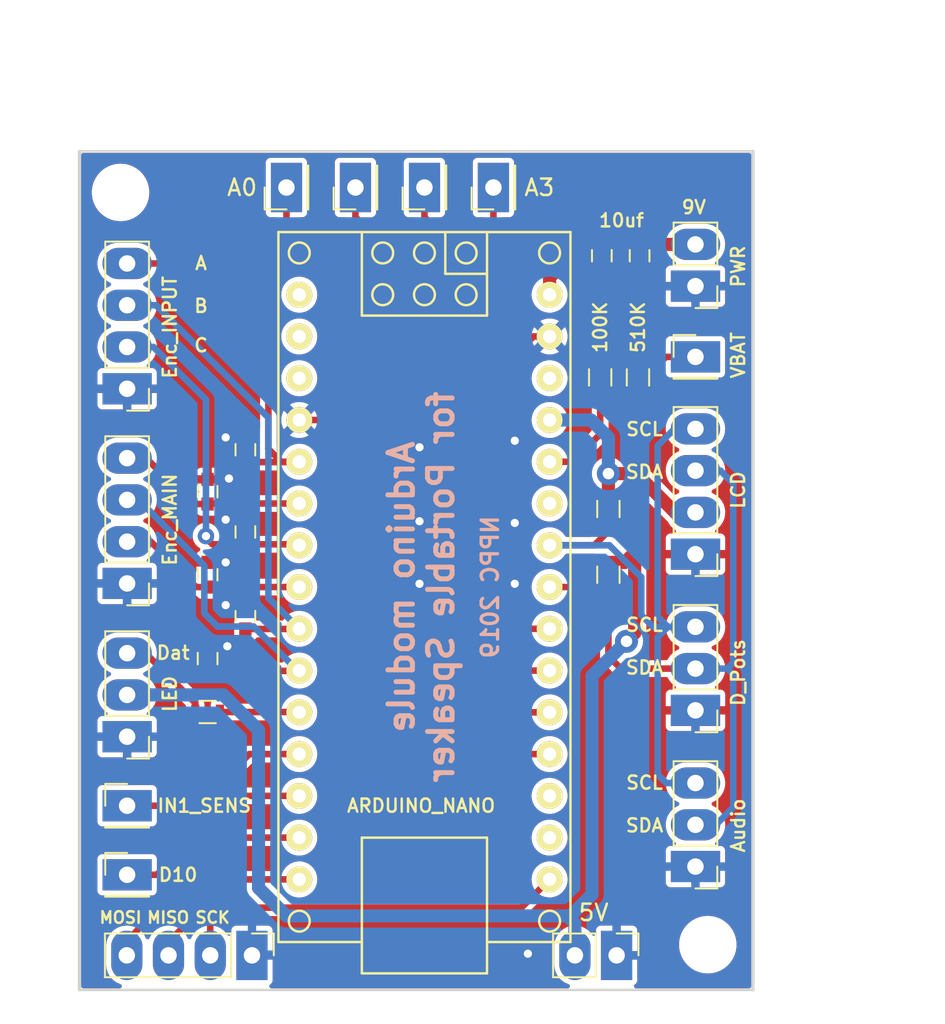
<source format=kicad_pcb>
(kicad_pcb (version 20221018) (generator pcbnew)
  (layers (0 "F.Cu" signal) (31 "B.Cu" signal) (34 "B.Paste" user) (35 "F.Paste" user) (36 "B.SilkS" user "B.Silkscreen") (37 "F.SilkS" user "F.Silkscreen") (38 "B.Mask" user) (39 "F.Mask" user) (44 "Edge.Cuts" user))
  (net 0 "")
  (net 1 "+9V")
  (net 2 "Net-(ARDUINO1-Pad1)")
  (net 3 "GND")
  (net 4 "Net-(ARDUINO1-Pad2)")
  (net 5 "Net-(ARDUINO1-Pad28)")
  (net 6 "Net-(ARDUINO1-Pad3)")
  (net 7 "VCC")
  (net 8 "/VSENSE")
  (net 9 "Net-(ARDUINO1-Pad25)")
  (net 10 "/SCL")
  (net 11 "/SDA")
  (net 12 "Net-(ARDUINO1-Pad22)")
  (net 13 "Net-(ARDUINO1-Pad21)")
  (net 14 "Net-(ARDUINO1-Pad20)")
  (net 15 "/LED")
  (net 16 "Net-(ARDUINO1-Pad19)")
  (net 17 "/IN1_SENSE")
  (net 18 "Net-(ARDUINO1-Pad18)")
  (net 19 "Net-(ARDUINO1-Pad13)")
  (net 20 "Net-(ARDUINO1-Pad17)")
  (net 21 "/MOSI")
  (net 22 "/SCK")
  (net 23 "/MISO")
  (net 24 "Net-(J10-Pad1)")
  (net 25 "Net-(J3-Pad3)")
  (net 26 "/E0A")
  (net 27 "/E1A")
  (net 28 "/E0C")
  (net 29 "/E1C")
  (net 30 "/E0B")
  (net 31 "/E1B")
  (footprint "Capacitors_SMD:C_0603" (layer "F.Cu") (at 137.8 84.85 90)
    (fp_text reference "C2" hide)
    (fp_text value "10n")
    (fp_line (start -0.35 -0.6) (end 0.35 -0.6) (stroke (width 0.12)) (layer "F.SilkS"))
    (fp_line (start 0.35 0.6) (end -0.35 0.6) (stroke (width 0.12)) (layer "F.SilkS"))
    (pad "1" smd rect (at -0.75 0 90) (size 0.8 0.75) (layers "F.Cu" "F.Paste" "F.Mask") (net 31 "/E1B"))
    (pad "2" smd rect (at 0.75 0 90) (size 0.8 0.75) (layers "F.Cu" "F.Paste" "F.Mask") (net 3 "GND"))
  )
  (footprint "Capacitors_SMD:C_0603" (layer "F.Cu") (at 137.8 74.7 90)
    (fp_text reference "C3" hide)
    (fp_text value "10n")
    (fp_line (start -0.35 -0.6) (end 0.35 -0.6) (stroke (width 0.12)) (layer "F.SilkS"))
    (fp_line (start 0.35 0.6) (end -0.35 0.6) (stroke (width 0.12)) (layer "F.SilkS"))
    (pad "1" smd rect (at -0.75 0 90) (size 0.8 0.75) (layers "F.Cu" "F.Paste" "F.Mask") (net 27 "/E1A"))
    (pad "2" smd rect (at 0.75 0 90) (size 0.8 0.75) (layers "F.Cu" "F.Paste" "F.Mask") (net 3 "GND"))
  )
  (footprint "Capacitors_SMD:C_0603" (layer "F.Cu") (at 140.1 72.15 90)
    (fp_text reference "C5" hide)
    (fp_text value "10n")
    (fp_line (start -0.35 -0.6) (end 0.35 -0.6) (stroke (width 0.12)) (layer "F.SilkS"))
    (fp_line (start 0.35 0.6) (end -0.35 0.6) (stroke (width 0.12)) (layer "F.SilkS"))
    (pad "1" smd rect (at -0.75 0 90) (size 0.8 0.75) (layers "F.Cu" "F.Paste" "F.Mask") (net 26 "/E0A"))
    (pad "2" smd rect (at 0.75 0 90) (size 0.8 0.75) (layers "F.Cu" "F.Paste" "F.Mask") (net 3 "GND"))
  )
  (footprint "Capacitors_SMD:C_0603" (layer "F.Cu") (at 140.1 77.15 90)
    (fp_text reference "C6" hide)
    (fp_text value "10n")
    (fp_line (start -0.35 -0.6) (end 0.35 -0.6) (stroke (width 0.12)) (layer "F.SilkS"))
    (fp_line (start 0.35 0.6) (end -0.35 0.6) (stroke (width 0.12)) (layer "F.SilkS"))
    (pad "1" smd rect (at -0.75 0 90) (size 0.8 0.75) (layers "F.Cu" "F.Paste" "F.Mask") (net 28 "/E0C"))
    (pad "2" smd rect (at 0.75 0 90) (size 0.8 0.75) (layers "F.Cu" "F.Paste" "F.Mask") (net 3 "GND"))
  )
  (footprint "Capacitors_SMD:C_0603" (layer "F.Cu") (at 161.8 60.35 -90)
    (fp_text reference "C7" hide)
    (fp_text value "10uf" (at -2.15 -1.2) (layer "F.SilkS") (effects (font (size 0.8 0.8))))
    (fp_line (start -0.35 -0.6) (end 0.35 -0.6) (stroke (width 0.12)) (layer "F.SilkS"))
    (fp_line (start 0.35 0.6) (end -0.35 0.6) (stroke (width 0.12)) (layer "F.SilkS"))
    (pad "1" smd rect (at -0.75 0 270) (size 0.8 0.75) (layers "F.Cu" "F.Paste" "F.Mask") (net 1 "+9V"))
    (pad "2" smd rect (at 0.75 0 270) (size 0.8 0.75) (layers "F.Cu" "F.Paste" "F.Mask") (net 3 "GND"))
  )
  (footprint "KiCadCustomLibs:Conn_1x04_2.54mm" (layer "F.Cu") (at 132.9 80.28 180)
    (fp_text reference "J2" hide)
    (fp_text value "Enc_INPUT" (at -2.6 15.58 270) (layer "F.SilkS") (effects (font (size 0.8 0.8))))
    (fp_line (start -1.33 -1.33) (end 0 -1.33) (stroke (width 0.12)) (layer "F.SilkS"))
    (fp_line (start -1.33 0) (end -1.33 -1.33) (stroke (width 0.12)) (layer "F.SilkS"))
    (fp_line (start -1.33 1.27) (end -1.33 8.95) (stroke (width 0.12)) (layer "F.SilkS"))
    (fp_line (start -1.33 1.27) (end 1.33 1.27) (stroke (width 0.12)) (layer "F.SilkS"))
    (fp_line (start -1.33 8.95) (end 1.33 8.95) (stroke (width 0.12)) (layer "F.SilkS"))
    (fp_line (start 1.33 1.27) (end 1.33 8.95) (stroke (width 0.12)) (layer "F.SilkS"))
    (pad "1" thru_hole rect (at 0 0 180) (size 3 1.9) (drill 1) (layers "*.Cu" "*.Mask") (net 3 "GND"))
    (pad "2" thru_hole oval (at 0 2.54 180) (size 3 1.9) (drill 1) (layers "*.Cu" "*.Mask") (net 29 "/E1C"))
    (pad "3" thru_hole oval (at 0 5.08 180) (size 3 1.9) (drill 1) (layers "*.Cu" "*.Mask") (net 31 "/E1B"))
    (pad "4" thru_hole oval (at 0 7.62 180) (size 3 1.9) (drill 1) (layers "*.Cu" "*.Mask") (net 27 "/E1A"))
  )
  (footprint "KiCadCustomLibs:Conn_1x03_2.54mm" (layer "F.Cu") (at 132.9 89.6 180)
    (fp_text reference "J3" hide)
    (fp_text value "LED" (at -2.6 2.6 270) (layer "F.SilkS") (effects (font (size 0.8 0.8))))
    (fp_line (start -1.33 -1.33) (end 0 -1.33) (stroke (width 0.12)) (layer "F.SilkS"))
    (fp_line (start -1.33 0) (end -1.33 -1.33) (stroke (width 0.12)) (layer "F.SilkS"))
    (fp_line (start -1.33 1.27) (end -1.33 6.41) (stroke (width 0.12)) (layer "F.SilkS"))
    (fp_line (start -1.33 1.27) (end 1.33 1.27) (stroke (width 0.12)) (layer "F.SilkS"))
    (fp_line (start -1.33 6.41) (end 1.33 6.41) (stroke (width 0.12)) (layer "F.SilkS"))
    (fp_line (start 1.33 1.27) (end 1.33 6.41) (stroke (width 0.12)) (layer "F.SilkS"))
    (pad "1" thru_hole rect (at 0 0 180) (size 3 1.9) (drill 1) (layers "*.Cu" "*.Mask") (net 3 "GND"))
    (pad "2" thru_hole oval (at 0 2.54 180) (size 3 1.9) (drill 1) (layers "*.Cu" "*.Mask") (net 7 "VCC"))
    (pad "3" thru_hole oval (at 0 5.08 180) (size 3 1.9) (drill 1) (layers "*.Cu" "*.Mask") (net 25 "Net-(J3-Pad3)"))
  )
  (footprint "KiCadCustomLibs:Conn_1x01_2.54mm" (layer "F.Cu") (at 132.9 98)
    (fp_text reference "J4" hide)
    (fp_text value "D10" (at 3.1 0) (layer "F.SilkS") (effects (font (size 0.8 0.8))))
    (fp_line (start -1.33 -1.33) (end 0 -1.33) (stroke (width 0.12)) (layer "F.SilkS"))
    (fp_line (start -1.33 0) (end -1.33 -1.33) (stroke (width 0.12)) (layer "F.SilkS"))
    (fp_line (start -1.33 1.27) (end -1.33 1.33) (stroke (width 0.12)) (layer "F.SilkS"))
    (fp_line (start -1.33 1.27) (end 1.33 1.27) (stroke (width 0.12)) (layer "F.SilkS"))
    (fp_line (start -1.33 1.33) (end 1.33 1.33) (stroke (width 0.12)) (layer "F.SilkS"))
    (fp_line (start 1.33 1.27) (end 1.33 1.33) (stroke (width 0.12)) (layer "F.SilkS"))
    (pad "1" thru_hole rect (at 0 0) (size 3 1.9) (drill 1) (layers "*.Cu" "*.Mask") (net 19 "Net-(ARDUINO1-Pad13)"))
  )
  (footprint "KiCadCustomLibs:Conn_1x04_2.54mm" (layer "F.Cu") (at 140.5 102.9 -90)
    (fp_text reference "J9" hide)
    (fp_text value "SPI" hide)
    (fp_line (start -1.33 -1.33) (end 0 -1.33) (stroke (width 0.12)) (layer "F.SilkS"))
    (fp_line (start -1.33 0) (end -1.33 -1.33) (stroke (width 0.12)) (layer "F.SilkS"))
    (fp_line (start -1.33 1.27) (end -1.33 8.95) (stroke (width 0.12)) (layer "F.SilkS"))
    (fp_line (start -1.33 1.27) (end 1.33 1.27) (stroke (width 0.12)) (layer "F.SilkS"))
    (fp_line (start -1.33 8.95) (end 1.33 8.95) (stroke (width 0.12)) (layer "F.SilkS"))
    (fp_line (start 1.33 1.27) (end 1.33 8.95) (stroke (width 0.12)) (layer "F.SilkS"))
    (pad "1" thru_hole rect (at 0 0 270) (size 3 1.9) (drill 1) (layers "*.Cu" "*.Mask") (net 3 "GND"))
    (pad "2" thru_hole oval (at 0 2.54 270) (size 3 1.9) (drill 1) (layers "*.Cu" "*.Mask") (net 22 "/SCK"))
    (pad "3" thru_hole oval (at 0 5.08 270) (size 3 1.9) (drill 1) (layers "*.Cu" "*.Mask") (net 23 "/MISO"))
    (pad "4" thru_hole oval (at 0 7.62 270) (size 3 1.9) (drill 1) (layers "*.Cu" "*.Mask") (net 21 "/MOSI"))
  )
  (footprint "KiCadCustomLibs:Conn_1x01_2.54mm" (layer "F.Cu") (at 167.5 66.5)
    (fp_text reference "J10" hide)
    (fp_text value "VBAT" (at 2.6 -0.1 90) (layer "F.SilkS") (effects (font (size 0.8 0.8))))
    (fp_line (start -1.33 -1.33) (end 0 -1.33) (stroke (width 0.12)) (layer "F.SilkS"))
    (fp_line (start -1.33 0) (end -1.33 -1.33) (stroke (width 0.12)) (layer "F.SilkS"))
    (fp_line (start -1.33 1.27) (end -1.33 1.33) (stroke (width 0.12)) (layer "F.SilkS"))
    (fp_line (start -1.33 1.27) (end 1.33 1.27) (stroke (width 0.12)) (layer "F.SilkS"))
    (fp_line (start -1.33 1.33) (end 1.33 1.33) (stroke (width 0.12)) (layer "F.SilkS"))
    (fp_line (start 1.33 1.27) (end 1.33 1.33) (stroke (width 0.12)) (layer "F.SilkS"))
    (pad "1" thru_hole rect (at 0 0) (size 3 1.9) (drill 1) (layers "*.Cu" "*.Mask") (net 24 "Net-(J10-Pad1)"))
  )
  (footprint "KiCadCustomLibs:Conn_1x03_2.54mm" (layer "F.Cu") (at 167.5 97.5 180)
    (fp_text reference "J11" hide)
    (fp_text value "Audio" (at -2.6 2.5 270) (layer "F.SilkS") (effects (font (size 0.8 0.8))))
    (fp_line (start -1.33 -1.33) (end 0 -1.33) (stroke (width 0.12)) (layer "F.SilkS"))
    (fp_line (start -1.33 0) (end -1.33 -1.33) (stroke (width 0.12)) (layer "F.SilkS"))
    (fp_line (start -1.33 1.27) (end -1.33 6.41) (stroke (width 0.12)) (layer "F.SilkS"))
    (fp_line (start -1.33 1.27) (end 1.33 1.27) (stroke (width 0.12)) (layer "F.SilkS"))
    (fp_line (start -1.33 6.41) (end 1.33 6.41) (stroke (width 0.12)) (layer "F.SilkS"))
    (fp_line (start 1.33 1.27) (end 1.33 6.41) (stroke (width 0.12)) (layer "F.SilkS"))
    (pad "1" thru_hole rect (at 0 0 180) (size 3 1.9) (drill 1) (layers "*.Cu" "*.Mask") (net 3 "GND"))
    (pad "2" thru_hole oval (at 0 2.54 180) (size 3 1.9) (drill 1) (layers "*.Cu" "*.Mask") (net 11 "/SDA"))
    (pad "3" thru_hole oval (at 0 5.08 180) (size 3 1.9) (drill 1) (layers "*.Cu" "*.Mask") (net 10 "/SCL"))
  )
  (footprint "KiCadCustomLibs:Conn_1x02_2.54mm" (layer "F.Cu") (at 167.5 62.2 180)
    (fp_text reference "J14" hide)
    (fp_text value "PWR" (at -2.6 1.2 270) (layer "F.SilkS") (effects (font (size 0.8 0.8))))
    (fp_line (start -1.33 -1.33) (end 0 -1.33) (stroke (width 0.12)) (layer "F.SilkS"))
    (fp_line (start -1.33 0) (end -1.33 -1.33) (stroke (width 0.12)) (layer "F.SilkS"))
    (fp_line (start -1.33 1.27) (end -1.33 3.87) (stroke (width 0.12)) (layer "F.SilkS"))
    (fp_line (start -1.33 1.27) (end 1.33 1.27) (stroke (width 0.12)) (layer "F.SilkS"))
    (fp_line (start -1.33 3.87) (end 1.33 3.87) (stroke (width 0.12)) (layer "F.SilkS"))
    (fp_line (start 1.33 1.27) (end 1.33 3.87) (stroke (width 0.12)) (layer "F.SilkS"))
    (pad "1" thru_hole rect (at 0 0 180) (size 3 1.9) (drill 1) (layers "*.Cu" "*.Mask") (net 3 "GND"))
    (pad "2" thru_hole oval (at 0 2.54 180) (size 3 1.9) (drill 1) (layers "*.Cu" "*.Mask") (net 1 "+9V"))
  )
  (footprint "Resistors_SMD:R_0603" (layer "F.Cu") (at 162.2 75.75 -90)
    (fp_text reference "R1" hide)
    (fp_text value "3K")
    (fp_line (start -0.5 -0.68) (end 0.5 -0.68) (stroke (width 0.12)) (layer "F.SilkS"))
    (fp_line (start 0.5 0.68) (end -0.5 0.68) (stroke (width 0.12)) (layer "F.SilkS"))
    (pad "1" smd rect (at -0.75 0 270) (size 0.5 0.9) (layers "F.Cu" "F.Paste" "F.Mask") (net 7 "VCC"))
    (pad "2" smd rect (at 0.75 0 270) (size 0.5 0.9) (layers "F.Cu" "F.Paste" "F.Mask") (net 10 "/SCL"))
  )
  (footprint "Resistors_SMD:R_0603" (layer "F.Cu") (at 164 67.75 -90)
    (fp_text reference "R3" hide)
    (fp_text value "510K" (at -3.05 0 270) (layer "F.SilkS") (effects (font (size 0.8 0.8))))
    (fp_line (start -0.5 -0.68) (end 0.5 -0.68) (stroke (width 0.12)) (layer "F.SilkS"))
    (fp_line (start 0.5 0.68) (end -0.5 0.68) (stroke (width 0.12)) (layer "F.SilkS"))
    (pad "1" smd rect (at -0.75 0 270) (size 0.5 0.9) (layers "F.Cu" "F.Paste" "F.Mask") (net 24 "Net-(J10-Pad1)"))
    (pad "2" smd rect (at 0.75 0 270) (size 0.5 0.9) (layers "F.Cu" "F.Paste" "F.Mask") (net 8 "/VSENSE"))
  )
  (footprint "Resistors_SMD:R_0603" (layer "F.Cu") (at 161.7 67.75 90)
    (fp_text reference "R4" hide)
    (fp_text value "100K" (at 3.05 0 90) (layer "F.SilkS") (effects (font (size 0.8 0.8))))
    (fp_line (start -0.5 -0.68) (end 0.5 -0.68) (stroke (width 0.12)) (layer "F.SilkS"))
    (fp_line (start 0.5 0.68) (end -0.5 0.68) (stroke (width 0.12)) (layer "F.SilkS"))
    (pad "1" smd rect (at -0.75 0 90) (size 0.5 0.9) (layers "F.Cu" "F.Paste" "F.Mask") (net 8 "/VSENSE"))
    (pad "2" smd rect (at 0.75 0 90) (size 0.5 0.9) (layers "F.Cu" "F.Paste" "F.Mask") (net 3 "GND"))
  )
  (footprint "KiCadCustomLibs:arduino_nano" (layer "F.Cu") (at 151 80.5 -90)
    (fp_text reference "ARDUINO1" hide)
    (fp_text value "ARDUINO_NANO" (at 13.3 0.2) (layer "F.SilkS") (effects (font (size 0.8 0.8))))
    (fp_line (start -21.59 -8.89) (end -21.59 8.89) (stroke (width 0.15)) (layer "F.SilkS"))
    (fp_line (start -21.59 3.81) (end -16.51 3.81) (stroke (width 0.15)) (layer "F.SilkS"))
    (fp_line (start -21.59 8.89) (end 21.59 8.89) (stroke (width 0.15)) (layer "F.SilkS"))
    (fp_line (start -19.05 -3.81) (end -19.05 -1.27) (stroke (width 0.15)) (layer "F.SilkS"))
    (fp_line (start -19.05 -1.27) (end -21.59 -1.27) (stroke (width 0.15)) (layer "F.SilkS"))
    (fp_line (start -16.51 -3.81) (end -21.59 -3.81) (stroke (width 0.15)) (layer "F.SilkS"))
    (fp_line (start -16.51 3.81) (end -16.51 -3.81) (stroke (width 0.15)) (layer "F.SilkS"))
    (fp_line (start 15.24 -3.81) (end 23.495 -3.81) (stroke (width 0.15)) (layer "F.SilkS"))
    (fp_line (start 15.24 3.81) (end 15.24 -3.81) (stroke (width 0.15)) (layer "F.SilkS"))
    (fp_line (start 21.59 -8.89) (end -21.59 -8.89) (stroke (width 0.15)) (layer "F.SilkS"))
    (fp_line (start 21.59 -8.89) (end 21.59 -3.81) (stroke (width 0.15)) (layer "F.SilkS"))
    (fp_line (start 21.59 3.81) (end 21.59 8.89) (stroke (width 0.15)) (layer "F.SilkS"))
    (fp_line (start 23.495 -3.81) (end 23.495 3.81) (stroke (width 0.15)) (layer "F.SilkS"))
    (fp_line (start 23.495 3.81) (end 15.24 3.81) (stroke (width 0.15)) (layer "F.SilkS"))
    (fp_circle (center -20.32 -7.62) (end -19.685 -7.62) (stroke (width 0.15)) (fill none) (layer "F.SilkS"))
    (fp_circle (center -20.32 -2.54) (end -20.32 -1.905) (stroke (width 0.15)) (fill none) (layer "F.SilkS"))
    (fp_circle (center -20.32 0) (end -19.685 0) (stroke (width 0.15)) (fill none) (layer "F.SilkS"))
    (fp_circle (center -20.32 2.54) (end -19.685 2.54) (stroke (width 0.15)) (fill none) (layer "F.SilkS"))
    (fp_circle (center -20.32 7.62) (end -19.685 7.62) (stroke (width 0.15)) (fill none) (layer "F.SilkS"))
    (fp_circle (center -17.78 -2.54) (end -17.145 -2.54) (stroke (width 0.15)) (fill none) (layer "F.SilkS"))
    (fp_circle (center -17.78 0) (end -17.145 0) (stroke (width 0.15)) (fill none) (layer "F.SilkS"))
    (fp_circle (center -17.78 2.54) (end -17.145 2.54) (stroke (width 0.15)) (fill none) (layer "F.SilkS"))
    (fp_circle (center 20.32 -7.62) (end 20.955 -7.62) (stroke (width 0.15)) (fill none) (layer "F.SilkS"))
    (fp_circle (center 20.32 7.62) (end 20.955 7.62) (stroke (width 0.15)) (fill none) (layer "F.SilkS"))
    (pad "1" thru_hole circle (at -17.78 7.62 270) (size 1.5748 1.5748) (drill 0.8) (layers "*.Cu" "*.Mask" "F.SilkS") (net 2 "Net-(ARDUINO1-Pad1)"))
    (pad "2" thru_hole circle (at -15.24 7.62 270) (size 1.5748 1.5748) (drill 0.8) (layers "*.Cu" "*.Mask" "F.SilkS") (net 4 "Net-(ARDUINO1-Pad2)"))
    (pad "3" thru_hole circle (at -12.7 7.62 270) (size 1.5748 1.5748) (drill 0.8) (layers "*.Cu" "*.Mask" "F.SilkS") (net 6 "Net-(ARDUINO1-Pad3)"))
    (pad "4" thru_hole circle (at -10.16 7.62 270) (size 1.5748 1.5748) (drill 0.8) (layers "*.Cu" "*.Mask" "F.SilkS") (net 3 "GND"))
    (pad "5" thru_hole circle (at -7.62 7.62 270) (size 1.5748 1.5748) (drill 0.8) (layers "*.Cu" "*.Mask" "F.SilkS") (net 26 "/E0A"))
    (pad "6" thru_hole circle (at -5.08 7.62 270) (size 1.5748 1.5748) (drill 0.8) (layers "*.Cu" "*.Mask" "F.SilkS") (net 27 "/E1A"))
    (pad "7" thru_hole circle (at -2.54 7.62 270) (size 1.5748 1.5748) (drill 0.8) (layers "*.Cu" "*.Mask" "F.SilkS") (net 28 "/E0C"))
    (pad "8" thru_hole circle (at 0 7.62 270) (size 1.5748 1.5748) (drill 0.8) (layers "*.Cu" "*.Mask" "F.SilkS") (net 29 "/E1C"))
    (pad "9" thru_hole circle (at 2.54 7.62 270) (size 1.5748 1.5748) (drill 0.8) (layers "*.Cu" "*.Mask" "F.SilkS") (net 30 "/E0B"))
    (pad "10" thru_hole circle (at 5.08 7.62 270) (size 1.5748 1.5748) (drill 0.8) (layers "*.Cu" "*.Mask" "F.SilkS") (net 31 "/E1B"))
    (pad "11" thru_hole circle (at 7.62 7.62 270) (size 1.5748 1.5748) (drill 0.8) (layers "*.Cu" "*.Mask" "F.SilkS") (net 15 "/LED"))
    (pad "12" thru_hole circle (at 10.16 7.62 270) (size 1.5748 1.5748) (drill 0.8) (layers "*.Cu" "*.Mask" "F.SilkS") (net 17 "/IN1_SENSE"))
    (pad "13" thru_hole circle (at 12.7 7.62 270) (size 1.5748 1.5748) (drill 0.8) (layers "*.Cu" "*.Mask" "F.SilkS") (net 19 "Net-(ARDUINO1-Pad13)"))
    (pad "14" thru_hole circle (at 15.24 7.62 270) (size 1.5748 1.5748) (drill 0.8) (layers "*.Cu" "*.Mask" "F.SilkS") (net 21 "/MOSI"))
    (pad "15" thru_hole circle (at 17.78 7.62 270) (size 1.5748 1.5748) (drill 0.8) (layers "*.Cu" "*.Mask" "F.SilkS") (net 23 "/MISO"))
    (pad "16" thru_hole circle (at 17.78 -7.62 270) (size 1.5748 1.5748) (drill 0.8) (layers "*.Cu" "*.Mask" "F.SilkS") (net 22 "/SCK"))
    (pad "17" thru_hole circle (at 15.24 -7.62 270) (size 1.5748 1.5748) (drill 0.8) (layers "*.Cu" "*.Mask" "F.SilkS") (net 20 "Net-(ARDUINO1-Pad17)"))
    (pad "18" thru_hole circle (at 12.7 -7.62 270) (size 1.5748 1.5748) (drill 0.8) (layers "*.Cu" "*.Mask" "F.SilkS") (net 18 "Net-(ARDUINO1-Pad18)"))
    (pad "19" thru_hole circle (at 10.16 -7.62 270) (size 1.5748 1.5748) (drill 0.8) (layers "*.Cu" "*.Mask" "F.SilkS") (net 16 "Net-(ARDUINO1-Pad19)"))
    (pad "20" thru_hole circle (at 7.62 -7.62 270) (size 1.5748 1.5748) (drill 0.8) (layers "*.Cu" "*.Mask" "F.SilkS") (net 14 "Net-(ARDUINO1-Pad20)"))
    (pad "21" thru_hole circle (at 5.08 -7.62 270) (size 1.5748 1.5748) (drill 0.8) (layers "*.Cu" "*.Mask" "F.SilkS") (net 13 "Net-(ARDUINO1-Pad21)"))
    (pad "22" thru_hole circle (at 2.54 -7.62 270) (size 1.5748 1.5748) (drill 0.8) (layers "*.Cu" "*.Mask" "F.SilkS") (net 12 "Net-(ARDUINO1-Pad22)"))
    (pad "23" thru_hole circle (at 0 -7.62 270) (size 1.5748 1.5748) (drill 0.8) (layers "*.Cu" "*.Mask" "F.SilkS") (net 11 "/SDA"))
    (pad "24" thru_hole circle (at -2.54 -7.62 270) (size 1.5748 1.5748) (drill 0.8) (layers "*.Cu" "*.Mask" "F.SilkS") (net 10 "/SCL"))
    (pad "25" thru_hole circle (at -5.08 -7.62 270) (size 1.5748 1.5748) (drill 0.8) (layers "*.Cu" "*.Mask" "F.SilkS") (net 9 "Net-(ARDUINO1-Pad25)"))
    (pad "26" thru_hole circle (at -7.62 -7.62 270) (size 1.5748 1.5748) (drill 0.8) (layers "*.Cu" "*.Mask" "F.SilkS") (net 8 "/VSENSE"))
    (pad "27" thru_hole circle (at -10.16 -7.62 270) (size 1.5748 1.5748) (drill 0.8) (layers "*.Cu" "*.Mask" "F.SilkS") (net 7 "VCC"))
    (pad "28" thru_hole circle (at -12.7 -7.62 270) (size 1.5748 1.5748) (drill 0.8) (layers "*.Cu" "*.Mask" "F.SilkS") (net 5 "Net-(ARDUINO1-Pad28)"))
    (pad "29" thru_hole circle (at -15.24 -7.62 270) (size 1.5748 1.5748) (drill 0.8) (layers "*.Cu" "*.Mask" "F.SilkS") (net 3 "GND"))
    (pad "30" thru_hole circle (at -17.78 -7.62 270) (size 1.5748 1.5748) (drill 0.8) (layers "*.Cu" "*.Mask" "F.SilkS") (net 1 "+9V"))
  )
  (footprint "KiCadCustomLibs:Conn_1x03_2.54mm" (layer "F.Cu") (at 167.5 88 180)
    (fp_text reference "J13" hide)
    (fp_text value "D_Pots" (at -2.6 2.3 270) (layer "F.SilkS") (effects (font (size 0.8 0.8))))
    (fp_line (start -1.33 -1.33) (end 0 -1.33) (stroke (width 0.12)) (layer "F.SilkS"))
    (fp_line (start -1.33 0) (end -1.33 -1.33) (stroke (width 0.12)) (layer "F.SilkS"))
    (fp_line (start -1.33 1.27) (end -1.33 6.41) (stroke (width 0.12)) (layer "F.SilkS"))
    (fp_line (start -1.33 1.27) (end 1.33 1.27) (stroke (width 0.12)) (layer "F.SilkS"))
    (fp_line (start -1.33 6.41) (end 1.33 6.41) (stroke (width 0.12)) (layer "F.SilkS"))
    (fp_line (start 1.33 1.27) (end 1.33 6.41) (stroke (width 0.12)) (layer "F.SilkS"))
    (pad "1" thru_hole rect (at 0 0 180) (size 3 1.9) (drill 1) (layers "*.Cu" "*.Mask") (net 3 "GND"))
    (pad "2" thru_hole oval (at 0 2.54 180) (size 3 1.9) (drill 1) (layers "*.Cu" "*.Mask") (net 11 "/SDA"))
    (pad "3" thru_hole oval (at 0 5.08 180) (size 3 1.9) (drill 1) (layers "*.Cu" "*.Mask") (net 10 "/SCL"))
  )
  (footprint "KiCadCustomLibs:Conn_1x04_2.54mm" (layer "F.Cu") (at 167.5 78.5 180)
    (fp_text reference "J12" hide)
    (fp_text value "LCD" (at -2.6 3.9 270) (layer "F.SilkS") (effects (font (size 0.8 0.8))))
    (fp_line (start -1.33 -1.33) (end 0 -1.33) (stroke (width 0.12)) (layer "F.SilkS"))
    (fp_line (start -1.33 0) (end -1.33 -1.33) (stroke (width 0.12)) (layer "F.SilkS"))
    (fp_line (start -1.33 1.27) (end -1.33 8.95) (stroke (width 0.12)) (layer "F.SilkS"))
    (fp_line (start -1.33 1.27) (end 1.33 1.27) (stroke (width 0.12)) (layer "F.SilkS"))
    (fp_line (start -1.33 8.95) (end 1.33 8.95) (stroke (width 0.12)) (layer "F.SilkS"))
    (fp_line (start 1.33 1.27) (end 1.33 8.95) (stroke (width 0.12)) (layer "F.SilkS"))
    (pad "1" thru_hole rect (at 0 0 180) (size 3 1.9) (drill 1) (layers "*.Cu" "*.Mask") (net 3 "GND"))
    (pad "2" thru_hole oval (at 0 2.54 180) (size 3 1.9) (drill 1) (layers "*.Cu" "*.Mask") (net 7 "VCC"))
    (pad "3" thru_hole oval (at 0 5.08 180) (size 3 1.9) (drill 1) (layers "*.Cu" "*.Mask") (net 11 "/SDA"))
    (pad "4" thru_hole oval (at 0 7.62 180) (size 3 1.9) (drill 1) (layers "*.Cu" "*.Mask") (net 10 "/SCL"))
  )
  (footprint "Capacitors_SMD:C_0603" (layer "F.Cu") (at 164.1 60.35 -90)
    (fp_text reference "C8" hide)
    (fp_text value "10uf")
    (fp_line (start -0.35 -0.6) (end 0.35 -0.6) (stroke (width 0.12)) (layer "F.SilkS"))
    (fp_line (start 0.35 0.6) (end -0.35 0.6) (stroke (width 0.12)) (layer "F.SilkS"))
    (pad "1" smd rect (at -0.75 0 270) (size 0.8 0.75) (layers "F.Cu" "F.Paste" "F.Mask") (net 1 "+9V"))
    (pad "2" smd rect (at 0.75 0 270) (size 0.8 0.75) (layers "F.Cu" "F.Paste" "F.Mask") (net 3 "GND"))
  )
  (footprint "Resistors_SMD:R_0603" (layer "F.Cu") (at 162.2 79.75 -90)
    (fp_text reference "R2" hide)
    (fp_text value "3K")
    (fp_line (start -0.5 -0.68) (end 0.5 -0.68) (stroke (width 0.12)) (layer "F.SilkS"))
    (fp_line (start 0.5 0.68) (end -0.5 0.68) (stroke (width 0.12)) (layer "F.SilkS"))
    (pad "1" smd rect (at -0.75 0 270) (size 0.5 0.9) (layers "F.Cu" "F.Paste" "F.Mask") (net 7 "VCC"))
    (pad "2" smd rect (at 0.75 0 270) (size 0.5 0.9) (layers "F.Cu" "F.Paste" "F.Mask") (net 11 "/SDA"))
  )
  (footprint "Capacitors_SMD:C_0603" (layer "F.Cu") (at 140.1 82.3 90)
    (fp_text reference "C4" hide)
    (fp_text value "10n")
    (fp_line (start -0.35 -0.6) (end 0.35 -0.6) (stroke (width 0.12)) (layer "F.SilkS"))
    (fp_line (start 0.35 0.6) (end -0.35 0.6) (stroke (width 0.12)) (layer "F.SilkS"))
    (pad "1" smd rect (at -0.75 0 90) (size 0.8 0.75) (layers "F.Cu" "F.Paste" "F.Mask") (net 30 "/E0B"))
    (pad "2" smd rect (at 0.75 0 90) (size 0.8 0.75) (layers "F.Cu" "F.Paste" "F.Mask") (net 3 "GND"))
  )
  (footprint "Capacitors_SMD:C_0603" (layer "F.Cu") (at 137.8 79.75 90)
    (fp_text reference "C1" hide)
    (fp_text value "10n")
    (fp_line (start -0.35 -0.6) (end 0.35 -0.6) (stroke (width 0.12)) (layer "F.SilkS"))
    (fp_line (start 0.35 0.6) (end -0.35 0.6) (stroke (width 0.12)) (layer "F.SilkS"))
    (pad "1" smd rect (at -0.75 0 90) (size 0.8 0.75) (layers "F.Cu" "F.Paste" "F.Mask") (net 29 "/E1C"))
    (pad "2" smd rect (at 0.75 0 90) (size 0.8 0.75) (layers "F.Cu" "F.Paste" "F.Mask") (net 3 "GND"))
  )
  (footprint "KiCadCustomLibs:Conn_1x01_2.54mm" (layer "F.Cu") (at 132.9 93.8)
    (fp_text reference "J15" hide)
    (fp_text value "IN1_SENS" (at 4.7 0) (layer "F.SilkS") (effects (font (size 0.8 0.8))))
    (fp_line (start -1.33 -1.33) (end 0 -1.33) (stroke (width 0.12)) (layer "F.SilkS"))
    (fp_line (start -1.33 0) (end -1.33 -1.33) (stroke (width 0.12)) (layer "F.SilkS"))
    (fp_line (start -1.33 1.27) (end -1.33 1.33) (stroke (width 0.12)) (layer "F.SilkS"))
    (fp_line (start -1.33 1.27) (end 1.33 1.27) (stroke (width 0.12)) (layer "F.SilkS"))
    (fp_line (start -1.33 1.33) (end 1.33 1.33) (stroke (width 0.12)) (layer "F.SilkS"))
    (fp_line (start 1.33 1.27) (end 1.33 1.33) (stroke (width 0.12)) (layer "F.SilkS"))
    (pad "1" thru_hole rect (at 0 0) (size 3 1.9) (drill 1) (layers "*.Cu" "*.Mask") (net 17 "/IN1_SENSE"))
  )
  (footprint "KiCadCustomLibs:Conn_1x01_2.54mm" (layer "F.Cu") (at 155.2 56.2 90)
    (fp_text reference "J5" hide)
    (fp_text value "A3" (at 0 2.8 180) (layer "F.SilkS"))
    (fp_line (start -1.33 -1.33) (end 0 -1.33) (stroke (width 0.12)) (layer "F.SilkS"))
    (fp_line (start -1.33 0) (end -1.33 -1.33) (stroke (width 0.12)) (layer "F.SilkS"))
    (fp_line (start -1.33 1.27) (end -1.33 1.33) (stroke (width 0.12)) (layer "F.SilkS"))
    (fp_line (start -1.33 1.27) (end 1.33 1.27) (stroke (width 0.12)) (layer "F.SilkS"))
    (fp_line (start -1.33 1.33) (end 1.33 1.33) (stroke (width 0.12)) (layer "F.SilkS"))
    (fp_line (start 1.33 1.27) (end 1.33 1.33) (stroke (width 0.12)) (layer "F.SilkS"))
    (pad "1" thru_hole rect (at 0 0 90) (size 3 1.9) (drill 1) (layers "*.Cu" "*.Mask") (net 12 "Net-(ARDUINO1-Pad22)"))
  )
  (footprint "KiCadCustomLibs:Conn_1x01_2.54mm" (layer "F.Cu") (at 151 56.2 90)
    (fp_text reference "J6" hide)
    (fp_text value "A2" hide)
    (fp_line (start -1.33 -1.33) (end 0 -1.33) (stroke (width 0.12)) (layer "F.SilkS"))
    (fp_line (start -1.33 0) (end -1.33 -1.33) (stroke (width 0.12)) (layer "F.SilkS"))
    (fp_line (start -1.33 1.27) (end -1.33 1.33) (stroke (width 0.12)) (layer "F.SilkS"))
    (fp_line (start -1.33 1.27) (end 1.33 1.27) (stroke (width 0.12)) (layer "F.SilkS"))
    (fp_line (start -1.33 1.33) (end 1.33 1.33) (stroke (width 0.12)) (layer "F.SilkS"))
    (fp_line (start 1.33 1.27) (end 1.33 1.33) (stroke (width 0.12)) (layer "F.SilkS"))
    (pad "1" thru_hole rect (at 0 0 90) (size 3 1.9) (drill 1) (layers "*.Cu" "*.Mask") (net 13 "Net-(ARDUINO1-Pad21)"))
  )
  (footprint "KiCadCustomLibs:Conn_1x01_2.54mm" (layer "F.Cu") (at 146.8 56.2 90)
    (fp_text reference "J7" hide)
    (fp_text value "A1" hide)
    (fp_line (start -1.33 -1.33) (end 0 -1.33) (stroke (width 0.12)) (layer "F.SilkS"))
    (fp_line (start -1.33 0) (end -1.33 -1.33) (stroke (width 0.12)) (layer "F.SilkS"))
    (fp_line (start -1.33 1.27) (end -1.33 1.33) (stroke (width 0.12)) (layer "F.SilkS"))
    (fp_line (start -1.33 1.27) (end 1.33 1.27) (stroke (width 0.12)) (layer "F.SilkS"))
    (fp_line (start -1.33 1.33) (end 1.33 1.33) (stroke (width 0.12)) (layer "F.SilkS"))
    (fp_line (start 1.33 1.27) (end 1.33 1.33) (stroke (width 0.12)) (layer "F.SilkS"))
    (pad "1" thru_hole rect (at 0 0 90) (size 3 1.9) (drill 1) (layers "*.Cu" "*.Mask") (net 14 "Net-(ARDUINO1-Pad20)"))
  )
  (footprint "KiCadCustomLibs:Conn_1x01_2.54mm" (layer "F.Cu") (at 142.6 56.2 90)
    (fp_text reference "J8" hide)
    (fp_text value "A0" (at 0 -2.7 180) (layer "F.SilkS"))
    (fp_line (start -1.33 -1.33) (end 0 -1.33) (stroke (width 0.12)) (layer "F.SilkS"))
    (fp_line (start -1.33 0) (end -1.33 -1.33) (stroke (width 0.12)) (layer "F.SilkS"))
    (fp_line (start -1.33 1.27) (end -1.33 1.33) (stroke (width 0.12)) (layer "F.SilkS"))
    (fp_line (start -1.33 1.27) (end 1.33 1.27) (stroke (width 0.12)) (layer "F.SilkS"))
    (fp_line (start -1.33 1.33) (end 1.33 1.33) (stroke (width 0.12)) (layer "F.SilkS"))
    (fp_line (start 1.33 1.27) (end 1.33 1.33) (stroke (width 0.12)) (layer "F.SilkS"))
    (pad "1" thru_hole rect (at 0 0 90) (size 3 1.9) (drill 1) (layers "*.Cu" "*.Mask") (net 16 "Net-(ARDUINO1-Pad19)"))
  )
  (footprint "Resistors_SMD:R_0603" (layer "F.Cu") (at 137.8 88.1)
    (fp_text reference "R5" hide)
    (fp_text value "470")
    (fp_line (start -0.5 -0.68) (end 0.5 -0.68) (stroke (width 0.12)) (layer "F.SilkS"))
    (fp_line (start 0.5 0.68) (end -0.5 0.68) (stroke (width 0.12)) (layer "F.SilkS"))
    (pad "1" smd rect (at -0.75 0) (size 0.5 0.9) (layers "F.Cu" "F.Paste" "F.Mask") (net 25 "Net-(J3-Pad3)"))
    (pad "2" smd rect (at 0.75 0) (size 0.5 0.9) (layers "F.Cu" "F.Paste" "F.Mask") (net 15 "/LED"))
  )
  (footprint "Mounting_Holes:MountingHole_3mm" (layer "F.Cu") (at 132.5 56.5)
    (fp_text reference "REF**" hide)
    (fp_text value "MountingHole_3mm")
    (pad "" np_thru_hole circle (at 0 0) (size 3 3) (drill 3) (layers "*.Cu" "*.Mask"))
  )
  (footprint "Mounting_Holes:MountingHole_3mm" (layer "F.Cu") (at 168.25 102.25)
    (fp_text reference "REF**" hide)
    (fp_text value "MountingHole_3mm")
    (pad "" np_thru_hole circle (at 0 0) (size 3 3) (drill 3) (layers "*.Cu" "*.Mask"))
  )
  (footprint "KiCadCustomLibs:Conn_1x04_2.54mm" (layer "F.Cu") (at 132.9 68.44 180)
    (fp_text reference "J1" hide)
    (fp_text value "Enc_MAIN" (at -2.6 -7.96 90) (layer "F.SilkS") (effects (font (size 0.8 0.8))))
    (fp_line (start -1.33 -1.33) (end 0 -1.33) (stroke (width 0.12)) (layer "F.SilkS"))
    (fp_line (start -1.33 0) (end -1.33 -1.33) (stroke (width 0.12)) (layer "F.SilkS"))
    (fp_line (start -1.33 1.27) (end -1.33 8.95) (stroke (width 0.12)) (layer "F.SilkS"))
    (fp_line (start -1.33 1.27) (end 1.33 1.27) (stroke (width 0.12)) (layer "F.SilkS"))
    (fp_line (start -1.33 8.95) (end 1.33 8.95) (stroke (width 0.12)) (layer "F.SilkS"))
    (fp_line (start 1.33 1.27) (end 1.33 8.95) (stroke (width 0.12)) (layer "F.SilkS"))
    (pad "1" thru_hole rect (at 0 0 180) (size 3 1.9) (drill 1) (layers "*.Cu" "*.Mask") (net 3 "GND"))
    (pad "2" thru_hole oval (at 0 2.54 180) (size 3 1.9) (drill 1) (layers "*.Cu" "*.Mask") (net 28 "/E0C"))
    (pad "3" thru_hole oval (at 0 5.08 180) (size 3 1.9) (drill 1) (layers "*.Cu" "*.Mask") (net 30 "/E0B"))
    (pad "4" thru_hole oval (at 0 7.62 180) (size 3 1.9) (drill 1) (layers "*.Cu" "*.Mask") (net 26 "/E0A"))
  )
  (footprint "KiCadCustomLibs:Conn_1x02_2.54mm" (layer "F.Cu") (at 162.7 102.9 -90)
    (fp_text reference "J16" hide)
    (fp_text value "5V" (at -2.6 1.4) (layer "F.SilkS"))
    (fp_line (start -1.33 -1.33) (end 0 -1.33) (stroke (width 0.12)) (layer "F.SilkS"))
    (fp_line (start -1.33 0) (end -1.33 -1.33) (stroke (width 0.12)) (layer "F.SilkS"))
    (fp_line (start -1.33 1.27) (end -1.33 3.87) (stroke (width 0.12)) (layer "F.SilkS"))
    (fp_line (start -1.33 1.27) (end 1.33 1.27) (stroke (width 0.12)) (layer "F.SilkS"))
    (fp_line (start -1.33 3.87) (end 1.33 3.87) (stroke (width 0.12)) (layer "F.SilkS"))
    (fp_line (start 1.33 1.27) (end 1.33 3.87) (stroke (width 0.12)) (layer "F.SilkS"))
    (pad "1" thru_hole rect (at 0 0 270) (size 3 1.9) (drill 1) (layers "*.Cu" "*.Mask") (net 3 "GND"))
    (pad "2" thru_hole oval (at 0 2.54 270) (size 3 1.9) (drill 1) (layers "*.Cu" "*.Mask") (net 7 "VCC"))
  )
  (gr_line (start 171 105) (end 171 54) (stroke (width 0.2)) (layer "Edge.Cuts"))
  (gr_line (start 130 54) (end 130 105) (stroke (width 0.2)) (layer "Edge.Cuts"))
  (gr_line (start 171 105) (end 130 105) (stroke (width 0.15)) (layer "Edge.Cuts"))
  (gr_line (start 171 54) (end 130 54) (stroke (width 0.15)) (layer "Edge.Cuts"))
  (gr_text "NPPC 2019" (at 155 80.5 90) (layer "B.SilkS") (effects (font (size 1 1) (thickness 0.2)) (justify mirror)))
  (gr_text "Arduino module\nfor Portable Speaker" (at 150.8 80.5 90) (layer "B.SilkS") (effects (font (size 1.5 1.5) (thickness 0.3)) (justify mirror)))
  (gr_text "B" (at 137.4 63.4) (layer "F.SilkS") (effects (font (size 0.8 0.8))))
  (gr_text "C" (at 137.4 65.8) (layer "F.SilkS") (effects (font (size 0.8 0.8))))
  (gr_text "Dat" (at 135.7 84.5) (layer "F.SilkS") (effects (font (size 0.8 0.8))))
  (gr_text "9V" (at 167.4 57.4) (layer "F.SilkS") (effects (font (size 0.8 0.8))))
  (gr_text "SCL" (at 164.4 92.4) (layer "F.SilkS") (effects (font (size 0.8 0.8))))
  (gr_text "SDA" (at 164.4 95) (layer "F.SilkS") (effects (font (size 0.8 0.8))))
  (gr_text "SDA" (at 164.4 85.4) (layer "F.SilkS") (effects (font (size 0.8 0.8))))
  (gr_text "SCL" (at 164.4 82.8) (layer "F.SilkS") (effects (font (size 0.8 0.8))))
  (gr_text "SDA" (at 164.4 73.5) (layer "F.SilkS") (effects (font (size 0.8 0.8))))
  (gr_text "SCL" (at 164.4 70.9) (layer "F.SilkS") (effects (font (size 0.8 0.8))))
  (gr_text "MOSI" (at 132.5 100.6) (layer "F.SilkS") (effects (font (size 0.7 0.7))))
  (gr_text "MISO" (at 135.4 100.6) (layer "F.SilkS") (effects (font (size 0.7 0.7))))
  (gr_text "SCK" (at 138.1 100.6) (layer "F.SilkS") (effects (font (size 0.7 0.7))))
  (gr_text "A" (at 137.4 60.8) (layer "F.SilkS") (effects (font (size 0.8 0.8))))
  (segment (start 164.16 59.66) (end 164.1 59.6) (width 0.8) (layer "F.Cu") (net 1))
  (segment (start 160.7 59.6) (end 161.8 59.6) (width 0.8) (layer "F.Cu") (net 1))
  (segment (start 164.1 59.6) (end 161.8 59.6) (width 0.8) (layer "F.Cu") (net 1))
  (segment (start 158.62 62.72) (end 158.62 61.68) (width 0.8) (layer "F.Cu") (net 1))
  (segment (start 167.6 59.66) (end 164.16 59.66) (width 0.8) (layer "F.Cu") (net 1))
  (segment (start 158.62 61.68) (end 160.7 59.6) (width 0.8) (layer "F.Cu") (net 1))
  (segment (start 138.95 81.55) (end 138.9 81.6) (width 0.4) (layer "F.Cu") (net 3))
  (segment (start 137.8 79) (end 138.9 79) (width 0.4) (layer "F.Cu") (net 3))
  (segment (start 140.1 71.4) (end 138.9 71.4) (width 0.4) (layer "F.Cu") (net 3))
  (segment (start 150.7 80.3) (end 150.7 76.5) (width 0.4) (layer "F.Cu") (net 3))
  (segment (start 157.3 101.7) (end 157.3 102.8) (width 0.4) (layer "F.Cu") (net 3))
  (segment (start 162.7 102.9) (end 162.7 100.7) (width 0.4) (layer "F.Cu") (net 3))
  (segment (start 162.7 100.7) (end 162.2 100.2) (width 0.4) (layer "F.Cu") (net 3))
  (segment (start 158.62 65.26) (end 157.64 65.26) (width 0.4) (layer "F.Cu") (net 3))
  (segment (start 156.5 66.4) (end 156.5 71.6) (width 0.4) (layer "F.Cu") (net 3))
  (segment (start 145.24 70.34) (end 143.38 70.34) (width 0.4) (layer "F.Cu") (net 3))
  (segment (start 140.1 81.55) (end 138.95 81.55) (width 0.4) (layer "F.Cu") (net 3))
  (segment (start 158.8 100.2) (end 157.3 101.7) (width 0.4) (layer "F.Cu") (net 3))
  (segment (start 150.7 72) (end 146.9 72) (width 0.4) (layer "F.Cu") (net 3))
  (segment (start 156.5 76.6) (end 156.5 80.3) (width 0.4) (layer "F.Cu") (net 3))
  (segment (start 140.1 76.4) (end 138.9 76.4) (width 0.4) (layer "F.Cu") (net 3))
  (segment (start 139.05 73.95) (end 137.8 73.95) (width 0.4) (layer "F.Cu") (net 3))
  (segment (start 146.9 72) (end 145.24 70.34) (width 0.4) (layer "F.Cu") (net 3))
  (segment (start 137.8 84.1) (end 139 84.1) (width 0.4) (layer "F.Cu") (net 3))
  (segment (start 157.64 65.26) (end 156.5 66.4) (width 0.4) (layer "F.Cu") (net 3))
  (segment (start 139.1 73.9) (end 139.05 73.95) (width 0.4) (layer "F.Cu") (net 3))
  (segment (start 162.2 100.2) (end 158.8 100.2) (width 0.4) (layer "F.Cu") (net 3))
  (via (at 156.5 76.6) (size 1) (drill 0.5) (layers "F.Cu" "B.Cu") (net 3))
  (via (at 156.5 80.3) (size 1) (drill 0.5) (layers "F.Cu" "B.Cu") (net 3))
  (via (at 157.3 102.8) (size 1) (drill 0.5) (layers "F.Cu" "B.Cu") (net 3))
  (via (at 138.9 79) (size 1) (drill 0.5) (layers "F.Cu" "B.Cu") (net 3))
  (via (at 150.7 72) (size 1) (drill 0.5) (layers "F.Cu" "B.Cu") (net 3))
  (via (at 138.9 81.6) (size 1) (drill 0.5) (layers "F.Cu" "B.Cu") (net 3))
  (via (at 138.9 76.4) (size 1) (drill 0.5) (layers "F.Cu" "B.Cu") (net 3))
  (via (at 156.5 71.6) (size 1) (drill 0.5) (layers "F.Cu" "B.Cu") (net 3))
  (via (at 150.7 80.3) (size 1) (drill 0.5) (layers "F.Cu" "B.Cu") (net 3))
  (via (at 150.7 76.5) (size 1) (drill 0.5) (layers "F.Cu" "B.Cu") (net 3))
  (via (at 138.9 71.4) (size 1) (drill 0.5) (layers "F.Cu" "B.Cu") (net 3))
  (via (at 139.1 73.9) (size 1) (drill 0.5) (layers "F.Cu" "B.Cu") (net 3))
  (via (at 139 84.1) (size 1) (drill 0.5) (layers "F.Cu" "B.Cu") (net 3))
  (segment (start 140.6 102.8) (end 140.5 102.9) (width 0.4) (layer "B.Cu") (net 3))
  (segment (start 156.5 71.6) (end 156.5 76.6) (width 0.4) (layer "B.Cu") (net 3))
  (segment (start 156.5 80.3) (end 150.7 80.3) (width 0.4) (layer "B.Cu") (net 3))
  (segment (start 157.3 102.8) (end 140.6 102.8) (width 0.4) (layer "B.Cu") (net 3))
  (segment (start 150.7 76.5) (end 150.7 72) (width 0.4) (layer "B.Cu") (net 3))
  (segment (start 163.9 73.6) (end 162.2 73.6) (width 0.8) (layer "F.Cu") (net 7))
  (segment (start 163.8 75.6) (end 163.8 78.4) (width 0.8) (layer "F.Cu") (net 7))
  (segment (start 163.8 78.4) (end 163.2 79) (width 0.8) (layer "F.Cu") (net 7))
  (segment (start 162.2 73.6) (end 162.2 75) (width 0.8) (layer "F.Cu") (net 7))
  (segment (start 167.5 75.96) (end 166.26 75.96) (width 0.8) (layer "F.Cu") (net 7))
  (segment (start 163.2 79) (end 162.2 79) (width 0.8) (layer "F.Cu") (net 7))
  (segment (start 163.3 83.8) (end 163.8 83.3) (width 0.8) (layer "F.Cu") (net 7))
  (segment (start 163.2 75) (end 163.8 75.6) (width 0.8) (layer "F.Cu") (net 7))
  (segment (start 162.2 75) (end 163.2 75) (width 0.8) (layer "F.Cu") (net 7))
  (segment (start 166.26 75.96) (end 163.9 73.6) (width 0.8) (layer "F.Cu") (net 7))
  (segment (start 163.8 83.3) (end 163.8 78.4) (width 0.8) (layer "F.Cu") (net 7))
  (via (at 163.3 83.8) (size 1.4) (drill 0.7) (layers "F.Cu" "B.Cu") (net 7))
  (via (at 162.2 73.6) (size 1.4) (drill 0.7) (layers "F.Cu" "B.Cu") (net 7))
  (segment (start 162.2 71.4) (end 162.2 73.6) (width 0.8) (layer "B.Cu") (net 7))
  (segment (start 162.2 71.4) (end 161.14 70.34) (width 0.8) (layer "B.Cu") (net 7))
  (segment (start 138.76 87.06) (end 132.9 87.06) (width 0.8) (layer "B.Cu") (net 7))
  (segment (start 140.9 98.8) (end 140.9 89.2) (width 0.8) (layer "B.Cu") (net 7))
  (segment (start 142.6 100.5) (end 140.9 98.8) (width 0.8) (layer "B.Cu") (net 7))
  (segment (start 160.16 100.96) (end 160.16 102.9) (width 0.8) (layer "B.Cu") (net 7))
  (segment (start 140.9 89.2) (end 138.76 87.06) (width 0.8) (layer "B.Cu") (net 7))
  (segment (start 161.2 85.9) (end 161.2 99.2) (width 0.8) (layer "B.Cu") (net 7))
  (segment (start 158.62 70.34) (end 161.14 70.34) (width 0.8) (layer "B.Cu") (net 7))
  (segment (start 159.9 100.7) (end 160.16 100.96) (width 0.8) (layer "B.Cu") (net 7))
  (segment (start 163.3 83.8) (end 161.2 85.9) (width 0.8) (layer "B.Cu") (net 7))
  (segment (start 161.2 99.2) (end 159.9 100.5) (width 0.8) (layer "B.Cu") (net 7))
  (segment (start 159.9 100.5) (end 159.9 100.7) (width 0.8) (layer "B.Cu") (net 7))
  (segment (start 159.9 100.5) (end 142.6 100.5) (width 0.8) (layer "B.Cu") (net 7))
  (segment (start 161.7 71.2) (end 161.7 68.5) (width 0.4) (layer "F.Cu") (net 8))
  (segment (start 161.7 68.5) (end 164 68.5) (width 0.4) (layer "F.Cu") (net 8))
  (segment (start 160.02 72.88) (end 161.7 71.2) (width 0.4) (layer "F.Cu") (net 8))
  (segment (start 158.62 72.88) (end 160.02 72.88) (width 0.4) (layer "F.Cu") (net 8))
  (segment (start 162.2 77.1) (end 162.2 76.5) (width 0.4) (layer "F.Cu") (net 10))
  (segment (start 161.34 77.96) (end 162.2 77.1) (width 0.4) (layer "F.Cu") (net 10))
  (segment (start 158.62 77.96) (end 161.34 77.96) (width 0.4) (layer "F.Cu") (net 10))
  (segment (start 167.5 92.42) (end 165.72 92.42) (width 0.4) (layer "B.Cu") (net 10))
  (segment (start 165.2 71.9) (end 165.2 82.3) (width 0.4) (layer "B.Cu") (net 10))
  (segment (start 165.72 92.42) (end 165.2 91.9) (width 0.4) (layer "B.Cu") (net 10))
  (segment (start 165.82 82.92) (end 167.5 82.92) (width 0.4) (layer "B.Cu") (net 10))
  (segment (start 167.5 82.92) (end 164.92 82.92) (width 0.4) (layer "B.Cu") (net 10))
  (segment (start 165.2 82.3) (end 165.82 82.92) (width 0.4) (layer "B.Cu") (net 10))
  (segment (start 165.2 91.9) (end 165.2 83.54) (width 0.4) (layer "B.Cu") (net 10))
  (segment (start 162.26 77.96) (end 158.62 77.96) (width 0.4) (layer "B.Cu") (net 10))
  (segment (start 165.2 83.54) (end 165.82 82.92) (width 0.4) (layer "B.Cu") (net 10))
  (segment (start 164.2 82.2) (end 164.2 79.9) (width 0.4) (layer "B.Cu") (net 10))
  (segment (start 167.5 70.88) (end 166.22 70.88) (width 0.4) (layer "B.Cu") (net 10))
  (segment (start 164.2 79.9) (end 162.26 77.96) (width 0.4) (layer "B.Cu") (net 10))
  (segment (start 164.92 82.92) (end 164.2 82.2) (width 0.4) (layer "B.Cu") (net 10))
  (segment (start 166.22 70.88) (end 165.2 71.9) (width 0.4) (layer "B.Cu") (net 10))
  (segment (start 162.96 85.46) (end 162.2 84.7) (width 0.4) (layer "F.Cu") (net 11))
  (segment (start 158.62 80.5) (end 162.2 80.5) (width 0.4) (layer "F.Cu") (net 11))
  (segment (start 167.5 85.46) (end 162.96 85.46) (width 0.4) (layer "F.Cu") (net 11))
  (segment (start 162.2 84.7) (end 162.2 80.5) (width 0.4) (layer "F.Cu") (net 11))
  (segment (start 169.8 85.1) (end 169.8 74.2) (width 0.4) (layer "B.Cu") (net 11))
  (segment (start 169.44 85.46) (end 169.8 85.1) (width 0.4) (layer "B.Cu") (net 11))
  (segment (start 169.8 93.9) (end 169.8 85.82) (width 0.4) (layer "B.Cu") (net 11))
  (segment (start 169.8 74.2) (end 169.02 73.42) (width 0.4) (layer "B.Cu") (net 11))
  (segment (start 167.5 85.46) (end 169.44 85.46) (width 0.4) (layer "B.Cu") (net 11))
  (segment (start 169.8 85.82) (end 169.44 85.46) (width 0.4) (layer "B.Cu") (net 11))
  (segment (start 168.74 94.96) (end 169.8 93.9) (width 0.4) (layer "B.Cu") (net 11))
  (segment (start 167.5 94.96) (end 168.74 94.96) (width 0.4) (layer "B.Cu") (net 11))
  (segment (start 169.02 73.42) (end 167.5 73.42) (width 0.4) (layer "B.Cu") (net 11))
  (segment (start 157.34 83.04) (end 158.62 83.04) (width 0.4) (layer "F.Cu") (net 12))
  (segment (start 155.2 80.9) (end 157.34 83.04) (width 0.4) (layer "F.Cu") (net 12))
  (segment (start 155.2 56.2) (end 155.2 80.9) (width 0.4) (layer "F.Cu") (net 12))
  (segment (start 151 56.2) (end 151 58) (width 0.4) (layer "F.Cu") (net 13))
  (segment (start 154.2 61.2) (end 154.2 82.4) (width 0.4) (layer "F.Cu") (net 13))
  (segment (start 157.38 85.58) (end 158.62 85.58) (width 0.4) (layer "F.Cu") (net 13))
  (segment (start 154.2 82.4) (end 157.38 85.58) (width 0.4) (layer "F.Cu") (net 13))
  (segment (start 151 58) (end 154.2 61.2) (width 0.4) (layer "F.Cu") (net 13))
  (segment (start 146.8 56.2) (end 146.8 58) (width 0.4) (layer "F.Cu") (net 14))
  (segment (start 146.8 58) (end 153.2 64.4) (width 0.4) (layer "F.Cu") (net 14))
  (segment (start 153.2 64.4) (end 153.2 84) (width 0.4) (layer "F.Cu") (net 14))
  (segment (start 157.32 88.12) (end 158.62 88.12) (width 0.4) (layer "F.Cu") (net 14))
  (segment (start 153.2 84) (end 157.32 88.12) (width 0.4) (layer "F.Cu") (net 14))
  (segment (start 138.55 88.1) (end 143.36 88.1) (width 0.4) (layer "F.Cu") (net 15))
  (segment (start 143.36 88.1) (end 143.38 88.12) (width 0.4) (layer "F.Cu") (net 15))
  (segment (start 152.2 65.3) (end 152.2 85.5) (width 0.4) (layer "F.Cu") (net 16))
  (segment (start 143.8 59.4) (end 146.3 59.4) (width 0.4) (layer "F.Cu") (net 16))
  (segment (start 142.6 58.2) (end 143.8 59.4) (width 0.4) (layer "F.Cu") (net 16))
  (segment (start 146.3 59.4) (end 152.2 65.3) (width 0.4) (layer "F.Cu") (net 16))
  (segment (start 157.36 90.66) (end 158.62 90.66) (width 0.4) (layer "F.Cu") (net 16))
  (segment (start 152.2 85.5) (end 157.36 90.66) (width 0.4) (layer "F.Cu") (net 16))
  (segment (start 142.6 56.2) (end 142.6 58.2) (width 0.4) (layer "F.Cu") (net 16))
  (segment (start 140.34 90.66) (end 143.38 90.66) (width 0.4) (layer "F.Cu") (net 17))
  (segment (start 137.2 93.8) (end 140.34 90.66) (width 0.4) (layer "F.Cu") (net 17))
  (segment (start 132.9 93.8) (end 137.2 93.8) (width 0.4) (layer "F.Cu") (net 17))
  (segment (start 132.9 98) (end 134.7 98) (width 0.4) (layer "F.Cu") (net 19))
  (segment (start 134.7 98) (end 139.5 93.2) (width 0.4) (layer "F.Cu") (net 19))
  (segment (start 139.5 93.2) (end 143.38 93.2) (width 0.4) (layer "F.Cu") (net 19))
  (segment (start 132.88 102.9) (end 132.88 102.02) (width 0.4) (layer "F.Cu") (net 21))
  (segment (start 132.88 102.02) (end 139.16 95.74) (width 0.4) (layer "F.Cu") (net 21))
  (segment (start 139.16 95.74) (end 143.38 95.74) (width 0.4) (layer "F.Cu") (net 21))
  (segment (start 139 100) (end 156.9 100) (width 0.4) (layer "F.Cu") (net 22))
  (segment (start 156.9 100) (end 158.62 98.28) (width 0.4) (layer "F.Cu") (net 22))
  (segment (start 137.96 102.9) (end 137.96 101.04) (width 0.4) (layer "F.Cu") (net 22))
  (segment (start 137.96 101.04) (end 139 100) (width 0.4) (layer "F.Cu") (net 22))
  (segment (start 135.42 102.08) (end 139.22 98.28) (width 0.4) (layer "F.Cu") (net 23))
  (segment (start 139.22 98.28) (end 143.38 98.28) (width 0.4) (layer "F.Cu") (net 23))
  (segment (start 135.42 102.9) (end 135.42 102.08) (width 0.4) (layer "F.Cu") (net 23))
  (segment (start 167.5 66.5) (end 165.7 66.5) (width 0.4) (layer "F.Cu") (net 24))
  (segment (start 165.7 66.5) (end 165.2 67) (width 0.4) (layer "F.Cu") (net 24))
  (segment (start 165.2 67) (end 164 67) (width 0.4) (layer "F.Cu") (net 24))
  (segment (start 134.02 84.52) (end 132.9 84.52) (width 0.4) (layer "F.Cu") (net 25))
  (segment (start 137.05 88.1) (end 137.05 87.55) (width 0.4) (layer "F.Cu") (net 25))
  (segment (start 137.05 87.55) (end 134.02 84.52) (width 0.4) (layer "F.Cu") (net 25))
  (segment (start 142.28 72.88) (end 141.5 72.1) (width 0.4) (layer "F.Cu") (net 26))
  (segment (start 141.5 72.1) (end 141.5 67.4) (width 0.4) (layer "F.Cu") (net 26))
  (segment (start 140.1 72.9) (end 143.36 72.9) (width 0.4) (layer "F.Cu") (net 26))
  (segment (start 141.5 67.4) (end 134.92 60.82) (width 0.4) (layer "F.Cu") (net 26))
  (segment (start 143.36 72.9) (end 143.38 72.88) (width 0.4) (layer "F.Cu") (net 26))
  (segment (start 134.92 60.82) (end 132.9 60.82) (width 0.4) (layer "F.Cu") (net 26))
  (segment (start 143.38 72.88) (end 142.28 72.88) (width 0.4) (layer "F.Cu") (net 26))
  (segment (start 136.85 75.45) (end 134.06 72.66) (width 0.4) (layer "F.Cu") (net 27))
  (segment (start 137.83 75.42) (end 137.8 75.45) (width 0.4) (layer "F.Cu") (net 27))
  (segment (start 134.06 72.66) (end 132.9 72.66) (width 0.4) (layer "F.Cu") (net 27))
  (segment (start 137.8 75.45) (end 136.85 75.45) (width 0.4) (layer "F.Cu") (net 27))
  (segment (start 143.38 75.42) (end 137.83 75.42) (width 0.4) (layer "F.Cu") (net 27))
  (segment (start 140.1 77.9) (end 143.32 77.9) (width 0.4) (layer "F.Cu") (net 28))
  (segment (start 138.1 77.9) (end 140.1 77.9) (width 0.4) (layer "F.Cu") (net 28))
  (segment (start 143.32 77.9) (end 143.38 77.96) (width 0.4) (layer "F.Cu") (net 28))
  (segment (start 137.7 77.5) (end 138.1 77.9) (width 0.4) (layer "F.Cu") (net 28))
  (segment (start 137.7 77.4) (end 137.7 77.5) (width 0.4) (layer "F.Cu") (net 28))
  (via (at 137.7 77.4) (size 1) (drill 0.5) (layers "F.Cu" "B.Cu") (net 28))
  (segment (start 137.7 77.4) (end 137.7 69.1) (width 0.4) (layer "B.Cu") (net 28))
  (segment (start 134.5 65.9) (end 132.9 65.9) (width 0.4) (layer "B.Cu") (net 28))
  (segment (start 137.7 69.1) (end 134.5 65.9) (width 0.4) (layer "B.Cu") (net 28))
  (segment (start 137.1 80.5) (end 134.34 77.74) (width 0.4) (layer "F.Cu") (net 29))
  (segment (start 134.34 77.74) (end 132.9 77.74) (width 0.4) (layer "F.Cu") (net 29))
  (segment (start 137.8 80.5) (end 137.1 80.5) (width 0.4) (layer "F.Cu") (net 29))
  (segment (start 137.8 80.5) (end 143.38 80.5) (width 0.4) (layer "F.Cu") (net 29))
  (segment (start 140.1 83.05) (end 143.37 83.05) (width 0.4) (layer "F.Cu") (net 30))
  (segment (start 143.37 83.05) (end 143.38 83.04) (width 0.4) (layer "F.Cu") (net 30))
  (segment (start 141.5 70.2) (end 134.66 63.36) (width 0.4) (layer "B.Cu") (net 30))
  (segment (start 143.38 83.04) (end 141.5 81.16) (width 0.4) (layer "B.Cu") (net 30))
  (segment (start 141.5 81.16) (end 141.5 70.2) (width 0.4) (layer "B.Cu") (net 30))
  (segment (start 134.66 63.36) (end 132.9 63.36) (width 0.4) (layer "B.Cu") (net 30))
  (segment (start 143.36 85.6) (end 143.38 85.58) (width 0.4) (layer "F.Cu") (net 31))
  (segment (start 137.8 85.6) (end 143.36 85.6) (width 0.4) (layer "F.Cu") (net 31))
  (segment (start 137.6 82.1) (end 137.6 79.2) (width 0.4) (layer "B.Cu") (net 31))
  (segment (start 137.6 82.1) (end 138.4 82.9) (width 0.4) (layer "B.Cu") (net 31))
  (segment (start 138.4 82.9) (end 140.6 82.9) (width 0.4) (layer "B.Cu") (net 31))
  (segment (start 133.6 75.2) (end 132.9 75.2) (width 0.4) (layer "B.Cu") (net 31))
  (segment (start 143.28 85.58) (end 143.38 85.58) (width 0.4) (layer "B.Cu") (net 31))
  (segment (start 137.6 79.2) (end 133.6 75.2) (width 0.4) (layer "B.Cu") (net 31))
  (segment (start 140.6 82.9) (end 143.28 85.58) (width 0.4) (layer "B.Cu") (net 31))
  (zone (net 3) (net_name "GND") (layer "F.Cu") (connect_pads (clearance 0.308)) (min_thickness 0.254) (fill yes (thermal_gap 0.308) (thermal_bridge_width 0.508))
    (polygon (pts (xy 129 105) (xy 171 105) (xy 171 54) (xy 129 54)))
  )
  (zone (net 3) (net_name "GND") (layer "B.Cu") (connect_pads (clearance 0.308)) (min_thickness 0.254) (fill yes (thermal_gap 0.308) (thermal_bridge_width 0.508))
    (polygon (pts (xy 130 54) (xy 171 54) (xy 171 106) (xy 130 106)))
  )
)
</source>
